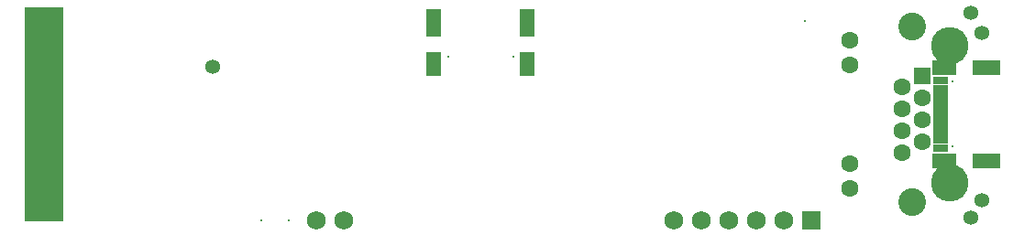
<source format=gbs>
G04*
G04 #@! TF.GenerationSoftware,Altium Limited,Altium Designer,18.1.7 (191)*
G04*
G04 Layer_Color=16711935*
%FSLAX44Y44*%
%MOMM*%
G71*
G01*
G75*
%ADD55R,1.3532X0.8032*%
%ADD56R,1.3532X0.5032*%
%ADD81C,1.7272*%
%ADD82R,1.7272X1.7272*%
%ADD83C,0.2032*%
%ADD84R,2.2032X1.4032*%
%ADD85R,2.5032X1.4032*%
%ADD86C,1.6012*%
%ADD87C,2.5582*%
%ADD88C,3.4532*%
%ADD89R,1.6012X1.6012*%
%ADD90C,1.3552*%
%ADD91R,1.4032X2.2032*%
%ADD92R,1.4032X2.5032*%
%ADD131R,3.6250X19.8500*%
%ADD132R,3.2032X0.5532*%
D55*
X1012030Y426000D02*
D03*
Y418500D02*
D03*
X1012000Y371500D02*
D03*
X1012030Y364000D02*
D03*
D56*
Y412500D02*
D03*
Y407500D02*
D03*
Y402500D02*
D03*
Y397500D02*
D03*
X1012000Y392500D02*
D03*
X1012030Y387500D02*
D03*
Y382500D02*
D03*
Y377500D02*
D03*
D81*
X435400Y297000D02*
D03*
X867200D02*
D03*
X841800D02*
D03*
X816400D02*
D03*
X791000D02*
D03*
X460800D02*
D03*
X765600D02*
D03*
D82*
X892600D02*
D03*
D83*
X410000D02*
D03*
X384600D02*
D03*
X887000Y481000D02*
D03*
X1023000Y365000D02*
D03*
Y425000D02*
D03*
Y425000D02*
D03*
Y365000D02*
D03*
X617300Y448570D02*
D03*
X557300D02*
D03*
D84*
X1015830Y351800D02*
D03*
Y438300D02*
D03*
Y438200D02*
D03*
Y351700D02*
D03*
D85*
X1054430Y351800D02*
D03*
Y438300D02*
D03*
Y438200D02*
D03*
Y351700D02*
D03*
D86*
X928700Y440500D02*
D03*
Y463400D02*
D03*
Y349100D02*
D03*
Y326200D02*
D03*
X977000Y359200D02*
D03*
X994800Y369400D02*
D03*
X977000Y379600D02*
D03*
X994800Y389800D02*
D03*
X977000Y400000D02*
D03*
X994800Y410200D02*
D03*
X977000Y420400D02*
D03*
D87*
X985900Y476100D02*
D03*
Y313500D02*
D03*
D88*
X1020200Y458300D02*
D03*
Y331300D02*
D03*
D89*
X994800Y430600D02*
D03*
D90*
X1040000Y299000D02*
D03*
Y489000D02*
D03*
X340000Y439000D02*
D03*
X1050000Y315000D02*
D03*
Y470000D02*
D03*
D91*
X630500Y441400D02*
D03*
X544000D02*
D03*
D92*
X630500Y480000D02*
D03*
X544000D02*
D03*
D131*
X184125Y395000D02*
D03*
D132*
X184750Y325000D02*
D03*
Y460000D02*
D03*
Y455000D02*
D03*
Y450000D02*
D03*
Y445000D02*
D03*
Y485250D02*
D03*
Y465250D02*
D03*
Y475250D02*
D03*
Y470250D02*
D03*
Y480250D02*
D03*
Y440000D02*
D03*
Y430000D02*
D03*
Y410000D02*
D03*
Y390000D02*
D03*
Y370000D02*
D03*
Y350000D02*
D03*
Y310000D02*
D03*
Y435000D02*
D03*
Y415000D02*
D03*
Y425000D02*
D03*
Y420000D02*
D03*
Y395000D02*
D03*
Y405000D02*
D03*
Y400000D02*
D03*
Y375000D02*
D03*
Y385000D02*
D03*
Y380000D02*
D03*
Y355000D02*
D03*
Y365000D02*
D03*
Y360000D02*
D03*
Y315000D02*
D03*
Y320000D02*
D03*
Y305000D02*
D03*
M02*

</source>
